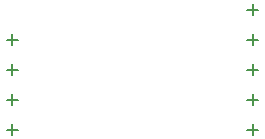
<source format=gbr>
G04 Layer_Color=128*
%FSLAX26Y26*%
%MOIN*%
%TF.FileFunction,Drillmap*%
%TF.Part,Single*%
G01*
G75*
%TA.AperFunction,NonConductor*%
%ADD36C,0.005000*%
D36*
X848284Y465000D02*
X883716D01*
X866000Y447284D02*
Y482716D01*
X848284Y365000D02*
X883716D01*
X866000Y347284D02*
Y382716D01*
X848284Y265000D02*
X883716D01*
X866000Y247284D02*
Y282716D01*
X848284Y165000D02*
X883716D01*
X866000Y147284D02*
Y182716D01*
X848284Y65000D02*
X883716D01*
X866000Y47283D02*
Y82716D01*
X47283Y365000D02*
X82716D01*
X65000Y347284D02*
Y382716D01*
X47283Y265000D02*
X82716D01*
X65000Y247284D02*
Y282716D01*
X47283Y165000D02*
X82716D01*
X65000Y147284D02*
Y182716D01*
X47283Y65000D02*
X82716D01*
X65000Y47283D02*
Y82716D01*
%TF.MD5,7bc30a7cbb4d7a1c3fdf4c8f2a059df8*%
M02*

</source>
